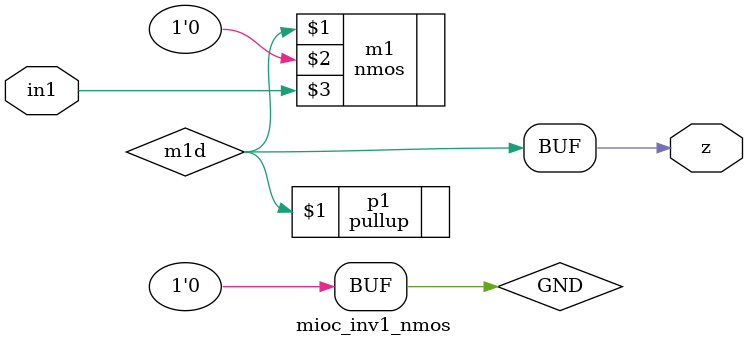
<source format=v>

module mioc_inv1_nmos(
    z,

    in1
    );

   output z;

   input  in1;

   supply0 GND;

   wire    m1d, m2d;
   
   //nmos (drain,source,gate)

   //INV
   pullup p1 (m1d);
   nmos   m1 (m1d,GND,in1);

   assign z = m1d;

endmodule

</source>
